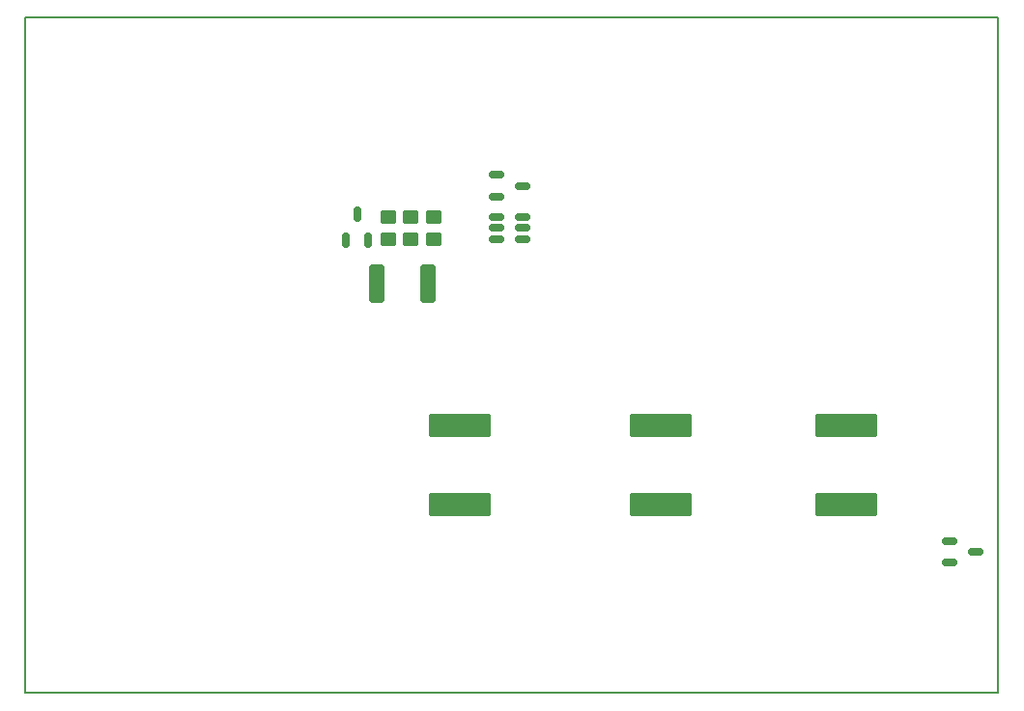
<source format=gtp>
G04 #@! TF.GenerationSoftware,KiCad,Pcbnew,(7.0.0-0)*
G04 #@! TF.CreationDate,2023-03-06T18:31:28+00:00*
G04 #@! TF.ProjectId,AuxBoard,41757842-6f61-4726-942e-6b696361645f,rev?*
G04 #@! TF.SameCoordinates,Original*
G04 #@! TF.FileFunction,Paste,Top*
G04 #@! TF.FilePolarity,Positive*
%FSLAX46Y46*%
G04 Gerber Fmt 4.6, Leading zero omitted, Abs format (unit mm)*
G04 Created by KiCad (PCBNEW (7.0.0-0)) date 2023-03-06 18:31:28*
%MOMM*%
%LPD*%
G01*
G04 APERTURE LIST*
G04 Aperture macros list*
%AMRoundRect*
0 Rectangle with rounded corners*
0 $1 Rounding radius*
0 $2 $3 $4 $5 $6 $7 $8 $9 X,Y pos of 4 corners*
0 Add a 4 corners polygon primitive as box body*
4,1,4,$2,$3,$4,$5,$6,$7,$8,$9,$2,$3,0*
0 Add four circle primitives for the rounded corners*
1,1,$1+$1,$2,$3*
1,1,$1+$1,$4,$5*
1,1,$1+$1,$6,$7*
1,1,$1+$1,$8,$9*
0 Add four rect primitives between the rounded corners*
20,1,$1+$1,$2,$3,$4,$5,0*
20,1,$1+$1,$4,$5,$6,$7,0*
20,1,$1+$1,$6,$7,$8,$9,0*
20,1,$1+$1,$8,$9,$2,$3,0*%
G04 Aperture macros list end*
%ADD10RoundRect,0.250000X0.400000X1.450000X-0.400000X1.450000X-0.400000X-1.450000X0.400000X-1.450000X0*%
%ADD11RoundRect,0.250001X-2.474999X0.799999X-2.474999X-0.799999X2.474999X-0.799999X2.474999X0.799999X0*%
%ADD12RoundRect,0.250000X0.450000X-0.350000X0.450000X0.350000X-0.450000X0.350000X-0.450000X-0.350000X0*%
%ADD13RoundRect,0.150000X-0.512500X-0.150000X0.512500X-0.150000X0.512500X0.150000X-0.512500X0.150000X0*%
%ADD14RoundRect,0.150000X0.150000X-0.512500X0.150000X0.512500X-0.150000X0.512500X-0.150000X-0.512500X0*%
%ADD15RoundRect,0.250001X2.474999X-0.799999X2.474999X0.799999X-2.474999X0.799999X-2.474999X-0.799999X0*%
%ADD16RoundRect,0.250000X-0.450000X0.350000X-0.450000X-0.350000X0.450000X-0.350000X0.450000X0.350000X0*%
G04 #@! TA.AperFunction,Profile*
%ADD17C,0.200000*%
G04 #@! TD*
G04 APERTURE END LIST*
D10*
X140025000Y-73100000D03*
X135575000Y-73100000D03*
D11*
X160400000Y-85525000D03*
X160400000Y-92475000D03*
D12*
X140500000Y-69200000D03*
X140500000Y-67200000D03*
D13*
X146062500Y-63550000D03*
X146062500Y-65450000D03*
X148337500Y-64500000D03*
D14*
X132850000Y-69237500D03*
X134750000Y-69237500D03*
X133800000Y-66962500D03*
D15*
X176700000Y-92475000D03*
X176700000Y-85525000D03*
D13*
X146062500Y-67250000D03*
X146062500Y-68200000D03*
X146062500Y-69150000D03*
X148337500Y-69150000D03*
X148337500Y-68200000D03*
X148337500Y-67250000D03*
D15*
X142800000Y-92475000D03*
X142800000Y-85525000D03*
D16*
X136550000Y-67200000D03*
X136550000Y-69200000D03*
D13*
X185725000Y-95650000D03*
X185725000Y-97550000D03*
X188000000Y-96600000D03*
D12*
X138500000Y-69200000D03*
X138500000Y-67200000D03*
D17*
X104750000Y-49750000D02*
X190000000Y-49750000D01*
X190000000Y-49750000D02*
X190000000Y-109000000D01*
X190000000Y-109000000D02*
X104750000Y-109000000D01*
X104750000Y-109000000D02*
X104750000Y-49750000D01*
M02*

</source>
